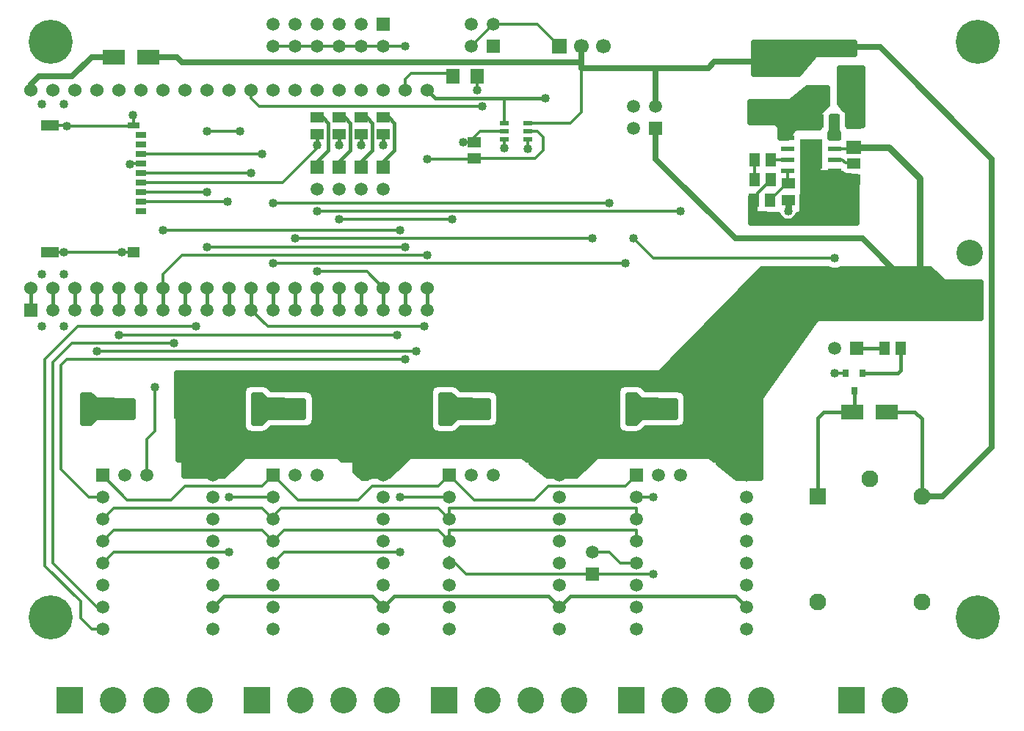
<source format=gbr>
G04 DipTrace 3.3.1.3*
G04 Top.gbr*
%MOIN*%
G04 #@! TF.FileFunction,Copper,L1,Top*
G04 #@! TF.Part,Single*
G04 #@! TA.AperFunction,Conductor*
%ADD14C,0.018*%
%ADD15C,0.015*%
%ADD16C,0.012*%
G04 #@! TA.AperFunction,ViaPad*
%ADD17C,0.03*%
G04 #@! TA.AperFunction,CopperBalancing*
%ADD18C,0.025*%
G04 #@! TA.AperFunction,ComponentPad*
%ADD19C,0.06*%
%ADD26R,0.177165X0.082677*%
%ADD27R,0.051181X0.059055*%
%ADD28R,0.070866X0.062992*%
%ADD30R,0.098425X0.066929*%
G04 #@! TA.AperFunction,ComponentPad*
%ADD31R,0.059055X0.059055*%
%ADD32C,0.059055*%
%ADD33R,0.066929X0.066929*%
%ADD34C,0.066929*%
%ADD35C,0.076772*%
%ADD36R,0.076772X0.076772*%
%ADD37R,0.137795X0.09252*%
G04 #@! TA.AperFunction,ComponentPad*
%ADD38C,0.2*%
%ADD39R,0.031496X0.035433*%
%ADD40R,0.059055X0.051181*%
%ADD41R,0.051181X0.027559*%
%ADD42R,0.07874X0.047244*%
%ADD43R,0.055118X0.047244*%
%ADD44R,0.055118X0.031496*%
G04 #@! TA.AperFunction,ComponentPad*
%ADD45R,0.12X0.12*%
%ADD46C,0.12*%
%ADD47R,0.059X0.059*%
%ADD48C,0.059*%
%ADD50R,0.062992X0.024016*%
%ADD51R,0.10315X0.138189*%
%ADD53R,0.043307X0.023622*%
%ADD54R,0.062992X0.070866*%
G04 #@! TA.AperFunction,ViaPad*
%ADD55C,0.04*%
%FSLAX26Y26*%
G04*
G70*
G90*
G75*
G01*
G04 Top*
%LPD*%
X1743700Y3143700D2*
D14*
Y3093700D1*
X1843700Y3143700D2*
Y3093700D1*
X1943700Y3143700D2*
Y3093700D1*
X2043700Y3143700D2*
Y3093700D1*
X1268700Y993700D2*
D15*
X1318700Y1043700D1*
X1993700D1*
X2043700Y993700D1*
X2093700Y1043700D1*
X2793700D1*
X2843700Y993700D1*
X2893700Y1043700D1*
X3643700D1*
X3693700Y993700D1*
X2781200Y3306200D2*
X2593700D1*
X2281200D1*
X2243700Y3343700D1*
X943700Y2923621D2*
D16*
X1586121D1*
X1743700Y3081200D1*
Y3093700D1*
X2593700Y3193700D2*
Y3306200D1*
X3881700Y2791700D2*
D17*
Y2843700D1*
X4488188Y1496062D2*
D14*
Y1849212D1*
X4456200Y1881200D1*
X4331200D1*
X4488188Y1496062D2*
D18*
X4583562D1*
X4806200Y1718700D1*
Y3031200D1*
X4299443Y3537957D1*
X4147466D1*
X976180Y3493700D2*
X1106200D1*
X1131200Y3468700D1*
X2943700D1*
Y3443700D1*
X3281200D1*
X3518700D1*
X3547180Y3472180D1*
X3791254D1*
X2943700Y3543700D2*
Y3468700D1*
X3281200Y3268700D2*
Y3443700D1*
X2699999Y3193700D2*
D16*
X2893700D1*
X2943700Y3243700D1*
Y3543700D1*
X3725700Y2843700D2*
Y2856700D1*
X3803700Y2934700D1*
X4147466Y3427721D2*
X4192983D1*
X4207254Y3441991D1*
X4147466Y3427721D2*
X4182524D1*
X4207254Y3402991D1*
X1643700Y2343700D2*
D14*
Y2443700D1*
X2243700Y2343700D2*
Y2443700D1*
X2456200Y3106200D2*
D16*
Y3131200D1*
X2481298Y3156298D1*
X2593700D1*
X528346Y3183464D2*
X603936D1*
X606200Y3181200D1*
X910235Y3183464D2*
Y3227165D1*
X906200Y3231200D1*
X910235Y2605511D2*
X856889D1*
X856200Y2606200D1*
X528346Y2605511D2*
X593011D1*
X593700Y2606200D1*
X2456200Y3106200D2*
X2406200D1*
X943700Y3010235D2*
X897735D1*
X893700Y3006200D1*
X4143897Y2056200D2*
X4093700D1*
X606200Y3181200D2*
X907972D1*
X910235Y3183464D1*
X593700Y2606200D2*
X856200D1*
X1543700Y3543700D2*
X1643700D1*
X1743700D1*
X1843700D1*
X1943700D1*
X2043700D1*
X2143700D1*
X1543700Y1593700D2*
X1656200Y1481200D1*
X1931200D1*
X1993700Y1543700D1*
X2293700D1*
X2343700Y1593700D1*
X2456200Y1481200D1*
X2731200D1*
X2793700Y1543700D1*
X3143700D1*
X3193700Y1593700D1*
X768700D2*
X881200Y1481200D1*
X1081200D1*
X1143700Y1543700D1*
X1493700D1*
X1543700Y1593700D1*
X2468700Y3406200D2*
Y3343700D1*
X1093700Y2193700D2*
X631200D1*
X543700Y2106200D1*
Y1193700D1*
X743700Y993700D1*
X768700D1*
X1193700Y2268700D2*
X656200D1*
X506200Y2118700D1*
Y1181200D1*
X668700Y1018700D1*
Y943700D1*
X718700Y893700D1*
X768700D1*
X2143700Y2343700D2*
D14*
Y2443700D1*
X768700Y1493700D2*
D16*
X706200D1*
X581200Y1618700D1*
Y2093700D1*
X606200Y2118700D1*
X2143700D1*
X943700Y2880314D2*
X1242814D1*
X1243700Y2631200D2*
X2143700D1*
X2043700Y3218503D2*
D14*
D3*
Y2993700D2*
Y3018700D1*
X2093700Y3068700D1*
Y3193700D1*
X2068897Y3218503D1*
X2043700D1*
X1943700D2*
D3*
Y2993700D2*
Y3018700D1*
X1993700Y3068700D1*
Y3193700D1*
X1968700Y3218700D1*
X1968503Y3218503D1*
X1943700D1*
Y2343700D2*
Y2443700D1*
X1743700Y2343700D2*
Y2443700D1*
X1343700Y2343700D2*
Y2443700D1*
X943700Y2837007D2*
D16*
X1337893D1*
X1143700Y2343700D2*
D14*
Y2443700D1*
X1443700Y2343700D2*
Y2443700D1*
X768700Y1393700D2*
D16*
X818700Y1443700D1*
X1493700D1*
X1543700Y1393700D1*
X2343700D2*
X2293700Y1443700D1*
X1581200D1*
X1531200Y1393700D1*
X1543700D1*
X2343700D2*
Y1443700D1*
X3193700D1*
Y1393700D1*
X2231200Y2268700D2*
X1518700D1*
X1443700Y2343700D1*
X943700Y2966928D2*
X1441928D1*
X1243700Y2343700D2*
D14*
Y2443700D1*
X768700Y1293700D2*
D16*
X818700Y1343700D1*
X1493700D1*
X1543700Y1293700D1*
X1593700Y1343700D1*
X2293700D1*
X2343700Y1293700D1*
Y1343700D1*
X3193700D1*
Y1293700D1*
X1393700Y3156200D2*
X1243700D1*
X743700Y2343700D2*
D14*
Y2443700D1*
X2193700Y2156200D2*
D16*
X743700D1*
X2993700Y2668700D2*
X1643700D1*
X1843700Y3218503D2*
D14*
D3*
Y2993700D2*
Y3018700D1*
X1893700Y3068700D1*
Y3193700D1*
X1868700Y3218700D1*
X1843897D1*
X1543700Y2343700D2*
Y2443700D1*
X3143700Y2556200D2*
D16*
X1543700D1*
X943700Y3053543D2*
X1493700D1*
X2993700Y1243700D2*
X3068700D1*
X3118700Y1193700D1*
X3193700D1*
X443700Y3343700D2*
D18*
Y3368700D1*
X481200Y3406200D1*
X631200D1*
X718700Y3493700D1*
X818700D1*
X2699999Y3118897D2*
D16*
Y3074901D1*
X4093700Y2581200D2*
X3268700D1*
X3181200Y2668700D1*
X2443700Y3543700D2*
X2543700Y3643700D1*
X2743700D1*
X2843700Y3543700D1*
X2143700Y3343700D2*
Y3393700D1*
X2168700Y3418700D1*
X2345964D1*
X2358464Y3406200D1*
X1743700Y3218503D2*
D14*
D3*
Y2993700D2*
Y3018700D1*
X1793700Y3068700D1*
Y3193700D1*
X1768897Y3218503D1*
X1743700D1*
X4218700Y2056200D2*
X4381200D1*
X4393503Y2068503D1*
Y2168700D1*
X4181298Y1977460D2*
Y1906298D1*
X4173720Y1898720D1*
Y1881200D1*
X4043700D1*
X4015747Y1853247D1*
Y1496062D1*
X2343700Y1193700D2*
D16*
Y1218700D1*
X2418700Y1143700D1*
X2993700D1*
X3268700D1*
Y1493700D2*
X3193700D1*
X1443700Y3343700D2*
Y3306200D1*
X1481200Y3268700D1*
X2493700D1*
X2593700Y3081200D2*
Y3118897D1*
X2043700Y2343700D2*
D14*
Y2443700D1*
X1743700Y2518700D2*
D16*
X1968700D1*
X2043700Y2443700D1*
X1843700Y2343700D2*
D14*
Y2443700D1*
X4318700Y2168700D2*
X4193700D1*
X768700Y1193700D2*
D16*
X818700Y1243700D1*
X1343700D1*
Y1493700D2*
X1543700D1*
Y1193700D2*
X1593700Y1243700D1*
X2118700D1*
Y1493700D2*
X2343700D1*
X943700Y2343700D2*
D14*
Y2443700D1*
X843700Y2343700D2*
Y2443700D1*
X2106200Y2231200D2*
D16*
X843700D1*
X643700Y2343700D2*
D14*
Y2443700D1*
X543700Y2343700D2*
Y2443700D1*
X443700Y2343700D2*
Y2443700D1*
X4091343Y3027752D2*
D16*
X4126648D1*
X4141700Y3012700D1*
X4177503D1*
X4180700Y3009503D1*
X1043700Y2343700D2*
D14*
Y2443700D1*
D16*
Y2506200D1*
X1131200Y2593700D1*
X2243700D1*
Y3031200D2*
X2456003D1*
X2456200Y3031397D1*
X2731397D1*
X2768700Y3068700D1*
Y3131200D1*
X2743602Y3156298D1*
X2699999D1*
X968700Y1593700D2*
Y1756200D1*
X1006200Y1793700D1*
Y1993700D1*
X1043700Y2706200D2*
X2118700D1*
X2356200Y2756200D2*
X1843700D1*
X3393700Y2793700D2*
X1743700D1*
X3068700Y2831200D2*
X1543700D1*
X3803700Y3025700D2*
X3876692D1*
X3878745Y3027752D1*
X3728897Y2934700D2*
Y3025700D1*
X3878745Y2977752D2*
Y2921459D1*
X3881700Y2918503D1*
X3875306D1*
X3800503Y2843700D1*
X4091343Y3077752D2*
X4173989D1*
X4180700Y3084464D1*
X3281200Y3168700D2*
D18*
Y3031200D1*
X3643700Y2668700D1*
X4218700D1*
X4481200Y2406200D1*
X4549459D1*
X4706200D1*
X4180700Y3084464D2*
D17*
X4340436D1*
X4481200Y2943700D1*
Y2474459D1*
X4549459Y2406200D1*
D55*
X2781200Y3306200D3*
X1093700Y2193700D3*
X1193700Y2268700D3*
X2143700Y2118700D3*
X1242814Y2880314D3*
X1243700Y2631200D3*
X2143700D3*
X2043700Y3218503D3*
X1943700D3*
X1337893Y2837007D3*
X2231200Y2268700D3*
X1441928Y2966928D3*
X1393700Y3156200D3*
X1243700D3*
X2193700Y2156200D3*
X743700D3*
X2993700Y2668700D3*
X1643700D3*
X1843700Y3218503D3*
X3143700Y2556200D3*
X1543700D3*
X1493700Y3053543D3*
X1543700Y2556200D3*
X2699999Y3074901D3*
X4093700Y2581200D3*
X3181200Y2668700D3*
X1743700Y3218503D3*
X3268700Y1143700D3*
Y1493700D3*
X2493700Y3268700D3*
X2593700Y3081200D3*
X1743700Y2518700D3*
X1343700Y1243700D3*
Y1493700D3*
X2118700Y1243700D3*
Y1493700D3*
X2106200Y2231200D3*
X843700D3*
X2243700Y2593700D3*
Y3031200D3*
X1006200Y1993700D3*
X1043700Y2706200D3*
X2118700D3*
X2356200Y2756200D3*
X1843700D3*
X3393700Y2793700D3*
X1743700D3*
X3068700Y2831200D3*
X1543700D3*
X606200Y3181200D3*
X593700Y2606200D3*
X856200D3*
X906200Y3231200D3*
X2406200Y3106200D3*
X893700Y3006200D3*
X4093700Y2056200D3*
X2143700Y3543700D3*
X493700Y2506200D3*
Y2268700D3*
X593700D3*
Y2506200D3*
X493700Y3281200D3*
X593700D3*
D17*
X3959700Y3090700D3*
X3985700D3*
X4011700D3*
X3959700Y3051700D3*
X3985700D3*
X4011700D3*
X3959700Y3012700D3*
X3985700D3*
X4011700D3*
X4207254Y3441991D3*
Y3402991D3*
D55*
X3881700Y2791700D3*
X3752254Y3545991D3*
X1468700Y1943700D3*
Y1893700D3*
Y1843700D3*
X2318700Y1893700D3*
Y1943700D3*
Y1843700D3*
X693700Y1893700D3*
Y1943700D3*
Y1843700D3*
X3168700Y1893700D3*
Y1943700D3*
Y1843700D3*
X1743700Y3093700D3*
X1843700D3*
X1943700D3*
X2043700D3*
X2468700Y3343700D3*
X3728272Y3534623D2*
D18*
X4179252D1*
X3728272Y3509754D2*
X4179252D1*
X3728272Y3484885D2*
X3985585D1*
X3728272Y3460016D2*
X3964377D1*
X3728272Y3435148D2*
X3943207D1*
X3725754Y3559468D2*
Y3415501D1*
X3928754Y3415230D1*
X4004125Y3503487D1*
X4006566Y3505123D1*
X4009322Y3506142D1*
X4012243Y3506491D1*
X4181735D1*
X4181754Y3559480D1*
X3725785Y3559491D1*
X3943410Y3327859D2*
X4057474D1*
X3913591Y3302990D2*
X4057474D1*
X3712532Y3278121D2*
X4057474D1*
X3712532Y3253252D2*
X4034078D1*
X3712532Y3228384D2*
X4019976D1*
X3712532Y3203515D2*
X4019976D1*
X3848031Y3178646D2*
X4019976D1*
X3850004Y3153777D2*
X3894632D1*
X3850004Y3128909D2*
X3876869D1*
X3891208Y3290234D2*
X3709993D1*
X3710014Y3196481D1*
X3824456Y3196343D1*
X3827284Y3195545D1*
X3829848Y3194109D1*
X3836339Y3187836D1*
X3845112Y3178846D1*
X3846548Y3176281D1*
X3847346Y3173453D1*
X3847499Y3162312D1*
Y3127755D1*
X3878527Y3127754D1*
X3907331Y3167767D1*
X3909624Y3169604D1*
X3912283Y3170856D1*
X3915159Y3171452D1*
X4022494Y3171499D1*
X4022632Y3235947D1*
X4023430Y3238775D1*
X4024865Y3241339D1*
X4032636Y3249326D1*
X4059970Y3276661D1*
X4059974Y3352693D1*
X3970755Y3352728D1*
X3897645Y3291998D1*
X3894961Y3290800D1*
X3892069Y3290262D1*
X4118343Y3417623D2*
X4218268D1*
X4118415Y3392754D2*
X4218268D1*
X4118487Y3367885D2*
X4218268D1*
X4118558Y3343016D2*
X4218268D1*
X4118630Y3318148D2*
X4218268D1*
X4118666Y3293279D2*
X4218268D1*
X4130688Y3268410D2*
X4218268D1*
X4152003Y3243541D2*
X4218268D1*
X4156452Y3218672D2*
X4218268D1*
X4156847Y3193804D2*
X4218268D1*
X4137331Y3257728D2*
X4145594D1*
Y3248075D1*
X4151770Y3240692D1*
X4153043Y3238043D1*
X4153662Y3235171D1*
X4154556Y3181483D1*
X4220733Y3181491D1*
X4220754Y3442465D1*
X4115805Y3442491D1*
X4116209Y3282386D1*
X4137335Y3257728D1*
X3955537Y3077885D2*
X4013729D1*
X3955035Y3053016D2*
X4013729D1*
X3954567Y3028148D2*
X4013729D1*
X3954102Y3003279D2*
X4013729D1*
X3953599Y2978410D2*
X4013729D1*
X3953133Y2953541D2*
X4140472D1*
X3952666Y2928672D2*
X4191714D1*
X3952163Y2903804D2*
X4191714D1*
X3951697Y2878935D2*
X4191714D1*
X3714718Y2854066D2*
X3726245D1*
X3951230D2*
X4191714D1*
X3714718Y2829197D2*
X3726245D1*
X3950729D2*
X4191714D1*
X3714718Y2804329D2*
X3726245D1*
X3950262D2*
X4191714D1*
X3714718Y2779460D2*
X3732504D1*
X3943730D2*
X4191714D1*
X3714718Y2754591D2*
X3851174D1*
X3912225D2*
X4191714D1*
X4135212Y2957413D2*
X4124672D1*
Y2962687D1*
X4113283Y2965268D1*
X4026773Y2965422D1*
X4023945Y2966220D1*
X4021381Y2967655D1*
X4019224Y2969650D1*
X4017591Y2972094D1*
X4016574Y2974850D1*
X4016229Y2977768D1*
Y3102752D1*
X3953480Y3102754D1*
X3947335Y2788333D1*
X3946537Y2785504D1*
X3945102Y2782940D1*
X3943107Y2780783D1*
X3940663Y2779150D1*
X3937907Y2778133D1*
X3934989Y2777788D1*
X3926053D1*
X3923132Y2770590D1*
X3919319Y2764368D1*
X3914581Y2758819D1*
X3909032Y2754081D1*
X3902810Y2750268D1*
X3896069Y2747476D1*
X3888974Y2745772D1*
X3881700Y2745200D1*
X3874426Y2745772D1*
X3867331Y2747476D1*
X3860590Y2750268D1*
X3854368Y2754081D1*
X3848819Y2758819D1*
X3844081Y2764368D1*
X3840268Y2770590D1*
X3837348Y2777784D1*
X3739304Y2777941D1*
X3736476Y2778739D1*
X3733911Y2780175D1*
X3731754Y2782170D1*
X3730121Y2784613D1*
X3729104Y2787369D1*
X3728759Y2790288D1*
Y2858432D1*
X3712233Y2857739D1*
X3712200Y2739190D1*
X4194220Y2739200D1*
X4194200Y2949146D1*
X4144567Y2953111D1*
X4142697Y2953716D1*
X4081237Y3196623D2*
X4101213D1*
X4081237Y3171754D2*
X4101213D1*
X4074994Y3146885D2*
X4107457D1*
X4072476Y3147546D2*
Y3127738D1*
X4109962Y3127754D1*
X4109881Y3147661D1*
X4106107Y3151651D1*
X4104671Y3154216D1*
X4103873Y3157044D1*
X4103720Y3166498D1*
Y3221485D1*
X4078721Y3221491D1*
X4078571Y3157044D1*
X4077773Y3154216D1*
X4076338Y3151651D1*
X4072472Y3147567D1*
X3739746Y2506331D2*
X4548385D1*
X3715561Y2481462D2*
X4573252D1*
X3691339Y2456594D2*
X4752709D1*
X3667117Y2431725D2*
X4752709D1*
X3642895Y2406856D2*
X4752709D1*
X3618673Y2381987D2*
X4752709D1*
X3594487Y2357119D2*
X4752709D1*
X3570265Y2332250D2*
X4752709D1*
X3546044Y2307381D2*
X4752709D1*
X3521822Y2282512D2*
X3992861D1*
X3497636Y2257644D2*
X3975099D1*
X3473414Y2232775D2*
X3957336D1*
X3449192Y2207906D2*
X3939573D1*
X3424970Y2183037D2*
X3921811D1*
X3400749Y2158169D2*
X3904048D1*
X3376563Y2133300D2*
X3886250D1*
X3352341Y2108431D2*
X3868487D1*
X3328119Y2083562D2*
X3850724D1*
X3303897Y2058693D2*
X3832962D1*
X1108718Y2033825D2*
X3815199D1*
X1108718Y2008956D2*
X3797436D1*
X1108718Y1984087D2*
X1405899D1*
X1535273D2*
X2255923D1*
X2397750D2*
X3105912D1*
X3235251D2*
X3779673D1*
X1108718Y1959218D2*
X1402705D1*
X1731416D2*
X2252694D1*
X2568953D2*
X3102682D1*
X3418942D2*
X3761911D1*
X1108718Y1934350D2*
X1402705D1*
X1734718D2*
X2252694D1*
X2572183D2*
X3102682D1*
X3422207D2*
X3753693D1*
X1108718Y1909481D2*
X1402705D1*
X1734718D2*
X2252694D1*
X2572183D2*
X3102682D1*
X3422207D2*
X3753693D1*
X1108718Y1884612D2*
X1402705D1*
X1734718D2*
X2252694D1*
X2572183D2*
X3102682D1*
X3422207D2*
X3753693D1*
X1115572Y1859743D2*
X1402705D1*
X1734718D2*
X2252694D1*
X2572183D2*
X3102682D1*
X3422207D2*
X3753693D1*
X1115715Y1834875D2*
X1402705D1*
X1733677D2*
X2252694D1*
X2571178D2*
X3102682D1*
X3421167D2*
X3753693D1*
X1115715Y1810006D2*
X1403710D1*
X1714838D2*
X2253698D1*
X2552339D2*
X3103687D1*
X3402327D2*
X3753693D1*
X1115715Y1785137D2*
X1422334D1*
X1515070D2*
X2272322D1*
X2377547D2*
X3122347D1*
X3215048D2*
X3753693D1*
X1115715Y1760268D2*
X3753693D1*
X1115715Y1735399D2*
X3753693D1*
X1115715Y1710531D2*
X3753693D1*
X1115715Y1685662D2*
X3753693D1*
X1143705Y1660793D2*
X1391401D1*
X1918696D2*
X2140627D1*
X2718698D2*
X2990616D1*
X3568687D2*
X3753693D1*
X1143705Y1635924D2*
X1366283D1*
X1918696D2*
X2115760D1*
X2732190D2*
X2965748D1*
X3582179D2*
X3753693D1*
X1143705Y1611056D2*
X1341199D1*
X1918696D2*
X2090892D1*
X2763266D2*
X2940881D1*
X3613255D2*
X3753693D1*
X1945214Y1586187D2*
X1977964D1*
X3644366D2*
X3753693D1*
X2555546Y1973539D2*
X2566452D1*
Y1959149D1*
X2568636Y1952688D1*
X2569581Y1946721D1*
X2569700Y1897768D1*
X2569581Y1840679D1*
X2568636Y1834712D1*
X2566765Y1828956D1*
X2566452Y1826557D1*
Y1813861D1*
X2555507D1*
X2551316Y1810873D1*
X2545933Y1808131D1*
X2540188Y1806264D1*
X2534221Y1805319D1*
X2485268Y1805200D1*
X2397173D1*
X2381204Y1789424D1*
X2376316Y1785873D1*
X2370933Y1783131D1*
X2365188Y1781264D1*
X2359221Y1780319D1*
X2310268Y1780200D1*
X2290679Y1780319D1*
X2284712Y1781264D1*
X2278967Y1783131D1*
X2273584Y1785873D1*
X2268696Y1789424D1*
X2264424Y1793696D1*
X2260873Y1798584D1*
X2258131Y1803967D1*
X2256264Y1809712D1*
X2255319Y1815679D1*
X2255200Y1864632D1*
X2255319Y1971721D1*
X2256264Y1977688D1*
X2258131Y1983433D1*
X2260873Y1988816D1*
X2264424Y1993704D1*
X2268696Y1997976D1*
X2273584Y2001527D1*
X2278967Y2004269D1*
X2284712Y2006136D1*
X2290679Y2007081D1*
X2339632Y2007200D1*
X2359221Y2007081D1*
X2365188Y2006136D1*
X2370933Y2004269D1*
X2376316Y2001527D1*
X2381204Y1997976D1*
X2397151Y1982196D1*
X2534221Y1982081D1*
X2540188Y1981136D1*
X2545933Y1979269D1*
X2551316Y1976527D1*
X2553839Y1974840D1*
X3405546Y1973539D2*
X3416452D1*
Y1959149D1*
X3418636Y1952688D1*
X3419581Y1946721D1*
X3419700Y1897768D1*
X3419581Y1840679D1*
X3418636Y1834712D1*
X3416764Y1828956D1*
X3416452Y1826557D1*
Y1813861D1*
X3405507D1*
X3401316Y1810873D1*
X3395933Y1808131D1*
X3390188Y1806264D1*
X3384221Y1805319D1*
X3335268Y1805200D1*
X3234613D1*
X3218704Y1789424D1*
X3213816Y1785873D1*
X3208433Y1783131D1*
X3202688Y1781264D1*
X3196721Y1780319D1*
X3147768Y1780200D1*
X3140679Y1780319D1*
X3134712Y1781264D1*
X3128967Y1783131D1*
X3123584Y1785873D1*
X3118696Y1789424D1*
X3114424Y1793696D1*
X3110873Y1798584D1*
X3108131Y1803967D1*
X3106264Y1809712D1*
X3105319Y1815679D1*
X3105200Y1864632D1*
X3105319Y1971721D1*
X3106264Y1977688D1*
X3108130Y1983433D1*
X3110873Y1988816D1*
X3114424Y1993704D1*
X3118696Y1997976D1*
X3123584Y2001527D1*
X3128967Y2004270D1*
X3134712Y2006136D1*
X3140679Y2007081D1*
X3189632Y2007200D1*
X3196721Y2007081D1*
X3202688Y2006136D1*
X3208433Y2004270D1*
X3213816Y2001527D1*
X3218704Y1997976D1*
X3234651Y1982196D1*
X3384221Y1982081D1*
X3390188Y1981136D1*
X3395933Y1979269D1*
X3401316Y1976527D1*
X3403839Y1974840D1*
X1113219Y1662200D2*
X1141200D1*
Y1588099D1*
X1208004Y1588200D1*
X1320645D1*
X1412079Y1678583D1*
X1414649Y1680007D1*
X1417481Y1680792D1*
X1446955Y1680898D1*
X1832690Y1680205D1*
X1835517Y1679403D1*
X1838079Y1677964D1*
X1856142Y1662178D1*
X1916200Y1662200D1*
Y1609486D1*
X1948434Y1581177D1*
X1969716Y1581200D1*
X1976671Y1584813D1*
X1983312Y1586971D1*
X1990209Y1588063D1*
X2030445Y1588200D1*
X2070528D1*
X2161353Y1678813D1*
X2163916Y1680249D1*
X2166745Y1681046D1*
X2177886Y1681200D1*
X2670655Y1681046D1*
X2673484Y1680249D1*
X2676050Y1678810D1*
X2696824Y1662209D1*
X2716200Y1662200D1*
Y1646734D1*
X2789573Y1588010D1*
X2802886Y1588200D1*
X2920551D1*
X3011353Y1678813D1*
X3013916Y1680249D1*
X3016745Y1681046D1*
X3027886Y1681200D1*
X3520655Y1681046D1*
X3523484Y1680249D1*
X3526050Y1678810D1*
X3546824Y1662209D1*
X3566200Y1662200D1*
Y1646734D1*
X3648091Y1581195D1*
X3756197Y1581200D1*
X3756354Y1945655D1*
X3757151Y1948484D1*
X3758044Y1950234D1*
X4009130Y2301741D1*
X4011271Y2303753D1*
X4013823Y2305210D1*
X4016645Y2306030D1*
X4027886Y2306200D1*
X4755223D1*
X4755200Y2468715D1*
X4591745Y2468854D1*
X4588916Y2469651D1*
X4586353Y2471087D1*
X4578365Y2478857D1*
X4526037Y2531185D1*
X4124094Y2531200D1*
X4116087Y2527153D1*
X4107357Y2524316D1*
X4098290Y2522880D1*
X4089110D1*
X4080043Y2524316D1*
X4071313Y2527153D1*
X4063337Y2531207D1*
X3761448Y2531200D1*
X3301944Y2059304D1*
X3299523Y2057639D1*
X3296780Y2056585D1*
X3293863Y2056201D1*
X1106236Y2056200D1*
X1106200Y1880129D1*
X1109813Y1873229D1*
X1111971Y1866588D1*
X1113063Y1859691D1*
X1113200Y1819455D1*
Y1662174D1*
X1443736Y2007200D2*
X1496721Y2007081D1*
X1502688Y2006136D1*
X1508433Y2004269D1*
X1513816Y2001527D1*
X1518704Y1997976D1*
X1534651Y1982196D1*
X1696721Y1982081D1*
X1702688Y1981136D1*
X1708433Y1979269D1*
X1713816Y1976527D1*
X1718704Y1972976D1*
X1722976Y1968704D1*
X1726527Y1963816D1*
X1729269Y1958433D1*
X1731136Y1952688D1*
X1732081Y1946721D1*
X1732200Y1897768D1*
X1732081Y1840679D1*
X1731136Y1834712D1*
X1729269Y1828967D1*
X1726527Y1823584D1*
X1722976Y1818696D1*
X1718704Y1814424D1*
X1713816Y1810873D1*
X1708433Y1808131D1*
X1702688Y1806264D1*
X1696721Y1805319D1*
X1647768Y1805200D1*
X1534625D1*
X1518704Y1789424D1*
X1513816Y1785873D1*
X1508433Y1783131D1*
X1502688Y1781264D1*
X1496721Y1780319D1*
X1447768Y1780200D1*
X1440679Y1780319D1*
X1434712Y1781264D1*
X1428967Y1783131D1*
X1423584Y1785873D1*
X1418696Y1789424D1*
X1414424Y1793696D1*
X1410873Y1798584D1*
X1408131Y1803967D1*
X1406264Y1809712D1*
X1405319Y1815679D1*
X1405200Y1864632D1*
X1405319Y1971721D1*
X1406264Y1977688D1*
X1408131Y1983433D1*
X1410873Y1988816D1*
X1414424Y1993704D1*
X1418696Y1997976D1*
X1423584Y2001527D1*
X1428967Y2004269D1*
X1434712Y2006136D1*
X1440679Y2007081D1*
X1443712Y2007200D1*
X683718Y1931331D2*
X735881D1*
X683718Y1906462D2*
X903712D1*
X683718Y1881594D2*
X903712D1*
X683718Y1856725D2*
X903712D1*
X683718Y1831856D2*
X711696D1*
X713497Y1956200D2*
X681201D1*
X681200Y1831228D1*
X713519Y1831200D1*
X736352Y1853813D1*
X738917Y1855249D1*
X741745Y1856046D1*
X752886Y1856200D1*
X906220D1*
X906200Y1931221D1*
X741745Y1931354D1*
X738917Y1932151D1*
X736352Y1933587D1*
X728365Y1941357D1*
X713544Y1956179D1*
X1458718Y1931331D2*
X1510881D1*
X1458718Y1906462D2*
X1678712D1*
X1458718Y1881594D2*
X1678712D1*
X1458718Y1856725D2*
X1678712D1*
X1458718Y1831856D2*
X1486696D1*
X1488497Y1956200D2*
X1456201D1*
X1456200Y1831228D1*
X1488519Y1831200D1*
X1511352Y1853813D1*
X1513917Y1855249D1*
X1516745Y1856046D1*
X1527886Y1856200D1*
X1681220D1*
X1681200Y1931221D1*
X1516745Y1931354D1*
X1513917Y1932151D1*
X1511352Y1933587D1*
X1503365Y1941357D1*
X1488544Y1956179D1*
X2308718Y1931331D2*
X2373405D1*
X2308718Y1906462D2*
X2516188D1*
X2308718Y1881594D2*
X2516188D1*
X2308718Y1856725D2*
X2516188D1*
X2308718Y1831856D2*
X2349183D1*
X2350997Y1956200D2*
X2306213D1*
X2306200Y1831228D1*
X2351039Y1831200D1*
X2373852Y1853813D1*
X2376417Y1855249D1*
X2379245Y1856046D1*
X2390386Y1856200D1*
X2518672D1*
X2518700Y1931221D1*
X2379245Y1931354D1*
X2376417Y1932151D1*
X2373852Y1933587D1*
X2365865Y1941357D1*
X2351044Y1956179D1*
X3158718Y1931331D2*
X3210881D1*
X3158718Y1906462D2*
X3366188D1*
X3158718Y1881594D2*
X3366188D1*
X3158718Y1856725D2*
X3366188D1*
X3158718Y1831856D2*
X3186696D1*
X3188497Y1956200D2*
X3156201D1*
X3156200Y1831228D1*
X3188519Y1831200D1*
X3211352Y1853813D1*
X3213917Y1855249D1*
X3216745Y1856046D1*
X3227886Y1856200D1*
X3368731D1*
X3368700Y1931221D1*
X3216745Y1931354D1*
X3213917Y1932151D1*
X3211352Y1933587D1*
X3203365Y1941357D1*
X3188544Y1956179D1*
D26*
X1181102Y1889763D3*
X826771D3*
X1943700Y1893700D3*
X1589369D3*
X2793700D3*
X2439369D3*
X3643700D3*
X3289369D3*
D27*
X4018700Y3201700D3*
X4093503D3*
D28*
X4180700Y3194700D3*
Y3084464D3*
X4147466Y3427721D3*
Y3537957D3*
D27*
X3803700Y3025700D3*
X3728897D3*
D30*
X818700Y3493700D3*
X976180D3*
X4018700Y3318700D3*
X4176180D3*
X4331200Y1881200D3*
X4173720D3*
D31*
X2543700Y3543700D3*
D32*
X2443700D3*
X2543700Y3643700D3*
X2443700D3*
D31*
X3281200Y3168700D3*
D32*
X3181200D3*
X3281200Y3268700D3*
X3181200D3*
D31*
X443700Y2343700D3*
D32*
X543700D3*
X643700D3*
X743700D3*
X843700D3*
X943700D3*
X1043700D3*
X1143700D3*
X1243700D3*
X1343700D3*
X1443700D3*
X1543700D3*
X1643700D3*
X1743700D3*
X1843700D3*
X1943700D3*
X2043700D3*
X2143700D3*
X2243700D3*
D31*
X2043700Y3643700D3*
D32*
Y3543700D3*
X1943700Y3643700D3*
Y3543700D3*
X1843700Y3643700D3*
Y3543700D3*
X1743700Y3643700D3*
Y3543700D3*
X1643700Y3643700D3*
Y3543700D3*
X1543700Y3643700D3*
Y3543700D3*
D33*
X2843700D3*
D34*
X2943700D3*
X3043700D3*
D31*
X2043700Y2993700D3*
D32*
Y2893700D3*
D31*
X1943700Y2993700D3*
D32*
Y2893700D3*
D31*
X1843700Y2993700D3*
D32*
Y2893700D3*
D31*
X1743700Y2993700D3*
D32*
Y2893700D3*
D31*
X4193700Y2168700D3*
D32*
X4093700D3*
D31*
X2993700Y1143700D3*
D32*
Y1243700D3*
D35*
X4251968Y1574802D3*
D36*
X4015747Y1496062D3*
D35*
X4488188D3*
X4015747Y1015747D3*
X4488188D3*
D37*
X3791254Y3233991D3*
Y3472180D3*
D38*
X531495Y944881D3*
X4744094Y3562991D3*
X531495D3*
X4744094Y944881D3*
D39*
X4218700Y2056200D3*
X4143897D3*
X4181298Y1977460D3*
D40*
X2456200Y3106200D3*
Y3031397D3*
X2043700Y3143700D3*
Y3218503D3*
X1943700Y3143700D3*
Y3218503D3*
X1843700Y3143700D3*
Y3218503D3*
X1743700Y3143700D3*
Y3218503D3*
D27*
X4318700Y2168700D3*
X4393503D3*
D40*
X3881700Y2843700D3*
Y2918503D3*
D27*
X3725700Y2843700D3*
X3800503D3*
D40*
X4180700Y2934700D3*
Y3009503D3*
D27*
X3803700Y2934700D3*
X3728897D3*
D41*
X943700Y2793700D3*
Y2837007D3*
Y2880314D3*
Y2923621D3*
Y2966928D3*
Y3010235D3*
Y3053543D3*
Y3096850D3*
Y3140157D3*
D42*
X528346Y2605511D3*
D43*
X910235D3*
D44*
Y3183464D3*
D42*
X528346D3*
D45*
X4706200Y2406200D3*
D46*
Y2603050D3*
D45*
X4168700Y568700D3*
D46*
X4365550D3*
D45*
X618700D3*
D46*
X815550D3*
X1012401D3*
X1209251D3*
D45*
X1468700D3*
D46*
X1665550D3*
X1862401D3*
X2059251D3*
D45*
X2318700D3*
D46*
X2515550D3*
X2712401D3*
X2909251D3*
D45*
X3168700D3*
D46*
X3365550D3*
X3562401D3*
X3759251D3*
D19*
X443700Y3343700D3*
X543700D3*
X643700D3*
X743700D3*
X843700D3*
X943700D3*
X1043700D3*
X1143700D3*
X1243700D3*
X1343700D3*
X1443700D3*
X1543700D3*
X1643700D3*
X1743700D3*
X1843700D3*
X1943700D3*
X2043700D3*
X2143700D3*
X2243700D3*
X443700Y2443700D3*
X543700D3*
X643700D3*
X743700D3*
X843700D3*
X943700D3*
X1043700D3*
X1143700D3*
X1243700D3*
X1343700D3*
X1443700D3*
X1543700D3*
X1643700D3*
X1743700D3*
X1843700D3*
X1943700D3*
X2043700D3*
X2143700D3*
X2243700D3*
D47*
X768700Y1593700D3*
D48*
Y1493700D3*
Y1393700D3*
Y1293700D3*
Y1193700D3*
Y1093700D3*
Y993700D3*
Y893700D3*
X1268700D3*
Y993700D3*
Y1093700D3*
Y1193700D3*
Y1293700D3*
Y1393700D3*
Y1493700D3*
Y1593700D3*
X868700D3*
X968700D3*
D47*
X1543700D3*
D48*
Y1493700D3*
Y1393700D3*
Y1293700D3*
Y1193700D3*
Y1093700D3*
Y993700D3*
Y893700D3*
X2043700D3*
Y993700D3*
Y1093700D3*
Y1193700D3*
Y1293700D3*
Y1393700D3*
Y1493700D3*
Y1593700D3*
X1643700D3*
X1743700D3*
D47*
X2343700D3*
D48*
Y1493700D3*
Y1393700D3*
Y1293700D3*
Y1193700D3*
Y1093700D3*
Y993700D3*
Y893700D3*
X2843700D3*
Y993700D3*
Y1093700D3*
Y1193700D3*
Y1293700D3*
Y1393700D3*
Y1493700D3*
Y1593700D3*
X2443700D3*
X2543700D3*
D47*
X3193700D3*
D48*
Y1493700D3*
Y1393700D3*
Y1293700D3*
Y1193700D3*
Y1093700D3*
Y993700D3*
Y893700D3*
X3693700D3*
Y993700D3*
Y1093700D3*
Y1193700D3*
Y1293700D3*
Y1393700D3*
Y1493700D3*
Y1593700D3*
X3293700D3*
X3393700D3*
D50*
X3878745Y3127752D3*
Y3077752D3*
Y3027752D3*
Y2977752D3*
X4091343D3*
Y3027752D3*
Y3077752D3*
Y3127752D3*
D51*
X3985044Y3052752D3*
D53*
X2593700Y3193700D3*
Y3156298D3*
Y3118897D3*
X2699999D3*
Y3156298D3*
Y3193700D3*
D54*
X2468700Y3406200D3*
X2358464D3*
M02*

</source>
